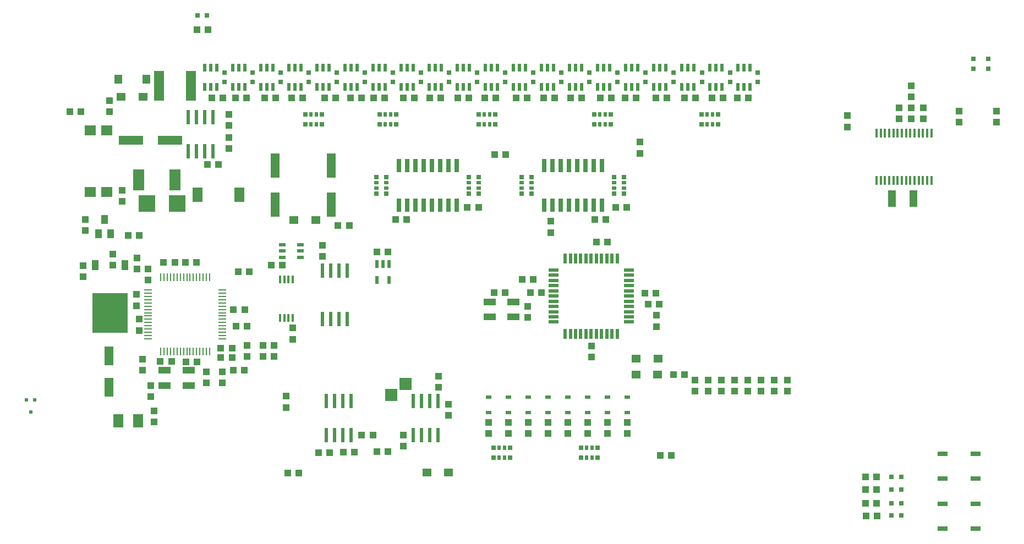
<source format=gtp>
G75*
%MOIN*%
%OFA0B0*%
%FSLAX24Y24*%
%IPPOS*%
%LPD*%
%AMOC8*
5,1,8,0,0,1.08239X$1,22.5*
%
%ADD10R,0.0591X0.0197*%
%ADD11R,0.0197X0.0591*%
%ADD12R,0.0433X0.0394*%
%ADD13R,0.0394X0.0433*%
%ADD14R,0.0531X0.0472*%
%ADD15R,0.0748X0.0433*%
%ADD16R,0.0315X0.0315*%
%ADD17R,0.0137X0.0550*%
%ADD18R,0.0472X0.0984*%
%ADD19R,0.0236X0.0866*%
%ADD20R,0.0256X0.0315*%
%ADD21R,0.0197X0.0315*%
%ADD22R,0.0240X0.0870*%
%ADD23R,0.0740X0.0770*%
%ADD24R,0.0770X0.0740*%
%ADD25R,0.0394X0.0551*%
%ADD26R,0.2126X0.2441*%
%ADD27R,0.0394X0.0630*%
%ADD28R,0.0098X0.0472*%
%ADD29R,0.0472X0.0098*%
%ADD30R,0.0394X0.0236*%
%ADD31R,0.0425X0.0413*%
%ADD32R,0.0413X0.0425*%
%ADD33R,0.0591X0.0787*%
%ADD34R,0.0138X0.0472*%
%ADD35R,0.0551X0.1181*%
%ADD36R,0.0600X0.0300*%
%ADD37R,0.0197X0.0512*%
%ADD38R,0.0551X0.1496*%
%ADD39R,0.1000X0.1000*%
%ADD40R,0.0709X0.1260*%
%ADD41R,0.1496X0.0551*%
%ADD42R,0.0200X0.0500*%
%ADD43R,0.0701X0.0610*%
%ADD44R,0.0260X0.0800*%
%ADD45R,0.0315X0.0256*%
%ADD46R,0.0315X0.0197*%
%ADD47R,0.0327X0.0248*%
%ADD48R,0.0630X0.0866*%
%ADD49R,0.0591X0.1811*%
%ADD50R,0.0500X0.0579*%
%ADD51R,0.0236X0.0217*%
D10*
X032977Y014325D03*
X032977Y014640D03*
X032977Y014955D03*
X032977Y015270D03*
X032977Y015585D03*
X032977Y015900D03*
X032977Y016215D03*
X032977Y016530D03*
X032977Y016845D03*
X032977Y017160D03*
X032977Y017475D03*
X037543Y017475D03*
X037543Y017160D03*
X037543Y016845D03*
X037543Y016530D03*
X037543Y016215D03*
X037543Y015900D03*
X037543Y015585D03*
X037543Y015270D03*
X037543Y014955D03*
X037543Y014640D03*
X037543Y014325D03*
D11*
X036835Y013617D03*
X036520Y013617D03*
X036205Y013617D03*
X035890Y013617D03*
X035575Y013617D03*
X035260Y013617D03*
X034945Y013617D03*
X034630Y013617D03*
X034315Y013617D03*
X034000Y013617D03*
X033685Y013617D03*
X033685Y018183D03*
X034000Y018183D03*
X034315Y018183D03*
X034630Y018183D03*
X034945Y018183D03*
X035260Y018183D03*
X035575Y018183D03*
X035890Y018183D03*
X036205Y018183D03*
X036520Y018183D03*
X036835Y018183D03*
D12*
X036245Y019180D03*
X035575Y019180D03*
X035475Y020540D03*
X036145Y020540D03*
X036735Y021290D03*
X037405Y021290D03*
X030095Y024490D03*
X029425Y024490D03*
X028435Y021270D03*
X027765Y021270D03*
X024095Y020530D03*
X023426Y020530D03*
X022965Y018570D03*
X022295Y018570D03*
X029375Y016110D03*
X030045Y016110D03*
X031075Y016920D03*
X031745Y016920D03*
X031575Y016120D03*
X032245Y016120D03*
X038505Y016060D03*
X039175Y016060D03*
X039395Y015420D03*
X038725Y015420D03*
X040235Y011140D03*
X040905Y011140D03*
X040125Y006254D03*
X039455Y006254D03*
X051885Y004940D03*
X052555Y004940D03*
X022965Y006490D03*
X022295Y006490D03*
X020925Y006430D03*
X020255Y006430D03*
X019405Y006420D03*
X018735Y006420D03*
X017565Y005190D03*
X016895Y005190D03*
X021365Y007490D03*
X022035Y007490D03*
X016780Y009155D03*
X016780Y009825D03*
X012910Y010635D03*
X012910Y011305D03*
X011940Y011305D03*
X011940Y010635D03*
X011387Y011918D03*
X010717Y011918D03*
X008090Y012065D03*
X008090Y011395D03*
X008790Y008935D03*
X008790Y008265D03*
X014420Y012235D03*
X014420Y012905D03*
X015390Y012905D03*
X015390Y012235D03*
X008430Y016885D03*
X008430Y017555D03*
X007750Y017545D03*
X007750Y018215D03*
X009365Y017930D03*
X010035Y017930D03*
X010685Y017930D03*
X011355Y017930D03*
X012005Y023880D03*
X012675Y023880D03*
X013300Y024845D03*
X013300Y025515D03*
X013300Y026225D03*
X013300Y026895D03*
X012935Y027910D03*
X012266Y027910D03*
X013716Y027910D03*
X014385Y027910D03*
X015466Y027910D03*
X016135Y027910D03*
X017112Y027909D03*
X017781Y027909D03*
X019116Y027910D03*
X019785Y027910D03*
X020666Y027910D03*
X021335Y027910D03*
X022066Y027910D03*
X022735Y027910D03*
X023866Y027910D03*
X024535Y027910D03*
X025466Y027910D03*
X026135Y027910D03*
X027166Y027910D03*
X027835Y027910D03*
X028816Y027910D03*
X029485Y027910D03*
X030706Y027917D03*
X031375Y027917D03*
X032366Y027910D03*
X033035Y027910D03*
X034009Y027915D03*
X034678Y027915D03*
X035812Y027912D03*
X036481Y027912D03*
X037308Y027902D03*
X037977Y027902D03*
X039175Y027904D03*
X039844Y027904D03*
X040915Y027894D03*
X041584Y027894D03*
X042595Y027900D03*
X043264Y027900D03*
X044119Y027900D03*
X044788Y027900D03*
X004355Y027090D03*
X003685Y027090D03*
D13*
X006090Y027085D03*
X006090Y027755D03*
X011394Y032030D03*
X012064Y032030D03*
X006860Y022305D03*
X006860Y021635D03*
X004620Y020535D03*
X004620Y019865D03*
X006280Y018435D03*
X006280Y017765D03*
X007225Y019580D03*
X007895Y019580D03*
X013875Y017390D03*
X014545Y017390D03*
X014425Y014070D03*
X013755Y014070D03*
X008590Y010485D03*
X008590Y009815D03*
X023880Y007465D03*
X023880Y006795D03*
X026610Y008685D03*
X026610Y009355D03*
X026010Y010365D03*
X026010Y011035D03*
X029050Y008245D03*
X029050Y007575D03*
X030250Y007575D03*
X030250Y008245D03*
X031450Y008245D03*
X032650Y008245D03*
X032650Y007575D03*
X031450Y007575D03*
X033850Y007575D03*
X033850Y008245D03*
X035050Y008245D03*
X035050Y007575D03*
X036250Y007575D03*
X036250Y008245D03*
X037450Y008245D03*
X037450Y007575D03*
X041560Y010135D03*
X041560Y010805D03*
X042360Y010805D03*
X043150Y010805D03*
X043950Y010805D03*
X044750Y010805D03*
X044750Y010135D03*
X043950Y010135D03*
X043150Y010135D03*
X042360Y010135D03*
X045550Y010135D03*
X046350Y010135D03*
X047140Y010135D03*
X047140Y010805D03*
X046350Y010805D03*
X045550Y010805D03*
X039200Y014055D03*
X039200Y014725D03*
X035280Y012875D03*
X035280Y012205D03*
X031420Y014595D03*
X031420Y015265D03*
X032810Y019755D03*
X032810Y020425D03*
X038230Y024555D03*
X038230Y025225D03*
X050780Y026155D03*
X050780Y026825D03*
X053900Y026635D03*
X054640Y026634D03*
X055390Y026635D03*
X055390Y027305D03*
X054640Y027304D03*
X053900Y027305D03*
X054650Y027985D03*
X054650Y028655D03*
X057550Y027105D03*
X057550Y026435D03*
X059820Y026435D03*
X059820Y027105D03*
X052555Y004160D03*
X051885Y004160D03*
X051895Y003350D03*
X052565Y003350D03*
X052575Y002580D03*
X051905Y002580D03*
D14*
X039290Y011140D03*
X037971Y011140D03*
X037981Y012110D03*
X039300Y012110D03*
X026619Y005210D03*
X025300Y005210D03*
X018570Y020520D03*
X017251Y020520D03*
X008109Y027970D03*
X006790Y027970D03*
D15*
X029102Y015553D03*
X029102Y014647D03*
X030558Y014647D03*
X030558Y015553D03*
X010878Y011393D03*
X009422Y011393D03*
X009422Y010487D03*
X010878Y010487D03*
D16*
X013060Y028861D03*
X013060Y029451D03*
X014760Y029451D03*
X014760Y028861D03*
X016460Y028861D03*
X016460Y029451D03*
X018160Y029451D03*
X018160Y028861D03*
X019860Y028861D03*
X019860Y029451D03*
X021560Y029451D03*
X021560Y028861D03*
X023260Y028865D03*
X023260Y029455D03*
X024960Y029455D03*
X024960Y028865D03*
X026660Y028865D03*
X026660Y029455D03*
X028360Y029455D03*
X028360Y028865D03*
X030060Y028865D03*
X030060Y029455D03*
X031760Y029455D03*
X031760Y028865D03*
X033460Y028865D03*
X033460Y029455D03*
X035160Y029455D03*
X035160Y028865D03*
X036860Y028865D03*
X036860Y029455D03*
X038560Y029455D03*
X038560Y028865D03*
X040259Y028865D03*
X040259Y029455D03*
X041970Y029455D03*
X041970Y028865D03*
X043681Y028865D03*
X043681Y029455D03*
X045342Y029455D03*
X045342Y028865D03*
X058400Y029675D03*
X059300Y029675D03*
X059300Y030265D03*
X058400Y030265D03*
X054045Y004940D03*
X053455Y004940D03*
X053455Y004160D03*
X054045Y004160D03*
X054045Y003340D03*
X053455Y003340D03*
X053455Y002600D03*
X054045Y002600D03*
X011994Y032910D03*
X011404Y032910D03*
D17*
X052547Y025789D03*
X052803Y025789D03*
X053058Y025789D03*
X053314Y025789D03*
X053570Y025789D03*
X053826Y025789D03*
X054082Y025789D03*
X054338Y025789D03*
X054594Y025789D03*
X054850Y025789D03*
X055106Y025789D03*
X055362Y025789D03*
X055617Y025789D03*
X055873Y025789D03*
X055873Y022911D03*
X055617Y022911D03*
X055362Y022911D03*
X055106Y022911D03*
X054850Y022911D03*
X054594Y022911D03*
X054338Y022911D03*
X054082Y022911D03*
X053826Y022911D03*
X053570Y022911D03*
X053314Y022911D03*
X053058Y022911D03*
X052803Y022911D03*
X052547Y022911D03*
D18*
X053489Y021793D03*
X054789Y021793D03*
D19*
X020730Y009534D03*
X020230Y009534D03*
X019730Y009534D03*
X019230Y009534D03*
X019230Y007486D03*
X019730Y007486D03*
X020230Y007486D03*
X020730Y007486D03*
X012350Y024686D03*
X011850Y024686D03*
X011350Y024686D03*
X010850Y024686D03*
X010850Y026734D03*
X011350Y026734D03*
X011850Y026734D03*
X012350Y026734D03*
D20*
X017938Y026905D03*
X017938Y026315D03*
X018962Y026315D03*
X018962Y026905D03*
X022438Y026905D03*
X022438Y026315D03*
X023462Y026315D03*
X023462Y026905D03*
X028438Y026905D03*
X029462Y026905D03*
X029462Y026315D03*
X028438Y026315D03*
X035438Y026315D03*
X036462Y026315D03*
X036462Y026905D03*
X035438Y026905D03*
X041938Y026905D03*
X041938Y026315D03*
X042962Y026315D03*
X042962Y026905D03*
X035662Y006705D03*
X035662Y006115D03*
X034638Y006115D03*
X034638Y006705D03*
X030362Y006705D03*
X030362Y006115D03*
X029338Y006115D03*
X029338Y006705D03*
D21*
X029693Y006705D03*
X030007Y006705D03*
X030007Y006115D03*
X029693Y006115D03*
X034993Y006115D03*
X035307Y006115D03*
X035307Y006705D03*
X034993Y006705D03*
X035793Y026315D03*
X036108Y026315D03*
X036108Y026905D03*
X035793Y026905D03*
X042293Y026905D03*
X042608Y026905D03*
X042608Y026315D03*
X042293Y026315D03*
X029108Y026315D03*
X028793Y026315D03*
X028793Y026905D03*
X029108Y026905D03*
X023108Y026905D03*
X022793Y026905D03*
X022793Y026315D03*
X023108Y026315D03*
X018608Y026315D03*
X018293Y026315D03*
X018293Y026905D03*
X018608Y026905D03*
D22*
X018970Y017450D03*
X019470Y017450D03*
X019970Y017450D03*
X020470Y017450D03*
X020470Y014515D03*
X019970Y014515D03*
X019470Y014515D03*
X018970Y014515D03*
X024480Y009540D03*
X024980Y009540D03*
X025480Y009540D03*
X025980Y009540D03*
X025980Y007480D03*
X025480Y007480D03*
X024980Y007480D03*
X024480Y007480D03*
D23*
X023140Y009905D03*
D24*
X024015Y010570D03*
D25*
X006154Y019667D03*
X005406Y019667D03*
X005780Y020533D03*
D26*
X006110Y014886D03*
D27*
X005212Y017760D03*
X007008Y017760D03*
D28*
X009194Y017034D03*
X009390Y017034D03*
X009587Y017034D03*
X009784Y017034D03*
X009981Y017034D03*
X010178Y017034D03*
X010375Y017034D03*
X010572Y017034D03*
X010768Y017034D03*
X010965Y017034D03*
X011162Y017034D03*
X011359Y017034D03*
X011556Y017034D03*
X011753Y017034D03*
X011950Y017034D03*
X012146Y017034D03*
X012146Y012546D03*
X011950Y012546D03*
X011753Y012546D03*
X011556Y012546D03*
X011359Y012546D03*
X011162Y012546D03*
X010965Y012546D03*
X010768Y012546D03*
X010572Y012546D03*
X010375Y012546D03*
X010178Y012546D03*
X009981Y012546D03*
X009784Y012546D03*
X009587Y012546D03*
X009390Y012546D03*
X009194Y012546D03*
D29*
X008426Y013314D03*
X008426Y013510D03*
X008426Y013707D03*
X008426Y013904D03*
X008426Y014101D03*
X008426Y014298D03*
X008426Y014495D03*
X008426Y014692D03*
X008426Y014888D03*
X008426Y015085D03*
X008426Y015282D03*
X008426Y015479D03*
X008426Y015676D03*
X008426Y015873D03*
X008426Y016070D03*
X008426Y016266D03*
X012914Y016266D03*
X012914Y016070D03*
X012914Y015873D03*
X012914Y015676D03*
X012914Y015479D03*
X012914Y015282D03*
X012914Y015085D03*
X012914Y014888D03*
X012914Y014692D03*
X012914Y014495D03*
X012914Y014298D03*
X012914Y014101D03*
X012914Y013904D03*
X012914Y013707D03*
X012914Y013510D03*
X012914Y013314D03*
D30*
X016553Y018256D03*
X016561Y018626D03*
X016557Y019004D03*
X017655Y018996D03*
X017647Y018630D03*
X017647Y018256D03*
D31*
X018970Y018296D03*
X018970Y018984D03*
X017190Y013974D03*
X017190Y013286D03*
X016060Y012924D03*
X016060Y012236D03*
X007870Y013806D03*
X007870Y014494D03*
X007730Y015316D03*
X007730Y016004D03*
X004480Y017066D03*
X004480Y017754D03*
D32*
X013586Y015060D03*
X014274Y015060D03*
X013504Y012740D03*
X013504Y012170D03*
X012816Y012170D03*
X012816Y012740D03*
X013566Y011400D03*
X014254Y011400D03*
X009844Y011930D03*
X009156Y011930D03*
X015866Y017760D03*
X016554Y017760D03*
X019916Y020190D03*
X020604Y020190D03*
D33*
X006629Y008350D03*
X007811Y008350D03*
D34*
X016416Y014588D03*
X016672Y014588D03*
X016928Y014588D03*
X017184Y014588D03*
X017184Y016892D03*
X016928Y016892D03*
X016672Y016892D03*
X016416Y016892D03*
D35*
X006040Y012265D03*
X006040Y010375D03*
D36*
X056540Y006350D03*
X058540Y006350D03*
X058540Y004850D03*
X056540Y004850D03*
X056560Y003310D03*
X058560Y003310D03*
X058560Y001810D03*
X056560Y001810D03*
D37*
X044890Y028589D03*
X044516Y028589D03*
X044142Y028589D03*
X043197Y028589D03*
X042823Y028589D03*
X042449Y028589D03*
X041490Y028589D03*
X041116Y028589D03*
X040742Y028589D03*
X039784Y028589D03*
X039410Y028589D03*
X039036Y028589D03*
X038084Y028589D03*
X037710Y028589D03*
X037336Y028589D03*
X036384Y028589D03*
X036010Y028589D03*
X035636Y028589D03*
X034684Y028589D03*
X034310Y028589D03*
X033936Y028589D03*
X032984Y028589D03*
X032610Y028589D03*
X032236Y028589D03*
X031284Y028589D03*
X030910Y028589D03*
X030536Y028589D03*
X029584Y028589D03*
X029210Y028589D03*
X028836Y028589D03*
X027884Y028589D03*
X027510Y028589D03*
X027136Y028589D03*
X026184Y028589D03*
X025810Y028589D03*
X025436Y028589D03*
X024484Y028589D03*
X024110Y028589D03*
X023736Y028589D03*
X022784Y028589D03*
X022410Y028589D03*
X022036Y028589D03*
X021084Y028589D03*
X020710Y028589D03*
X020336Y028589D03*
X019384Y028589D03*
X019010Y028589D03*
X018636Y028589D03*
X017684Y028589D03*
X017310Y028589D03*
X016936Y028589D03*
X015984Y028589D03*
X015610Y028589D03*
X015236Y028589D03*
X014284Y028589D03*
X013910Y028589D03*
X013536Y028589D03*
X012584Y028589D03*
X012210Y028589D03*
X011836Y028589D03*
X011836Y029731D03*
X012210Y029731D03*
X012584Y029731D03*
X013536Y029731D03*
X013910Y029731D03*
X014284Y029731D03*
X015236Y029731D03*
X015610Y029731D03*
X015984Y029731D03*
X016936Y029731D03*
X017310Y029731D03*
X017684Y029731D03*
X018636Y029731D03*
X019010Y029731D03*
X019384Y029731D03*
X020336Y029731D03*
X020710Y029731D03*
X021084Y029731D03*
X022036Y029731D03*
X022410Y029731D03*
X022784Y029731D03*
X023736Y029731D03*
X024110Y029731D03*
X024484Y029731D03*
X025436Y029731D03*
X025810Y029731D03*
X026184Y029731D03*
X027136Y029731D03*
X027510Y029731D03*
X027884Y029731D03*
X028836Y029731D03*
X029210Y029731D03*
X029584Y029731D03*
X030536Y029731D03*
X030910Y029731D03*
X031284Y029731D03*
X032236Y029731D03*
X032610Y029731D03*
X032984Y029731D03*
X033936Y029731D03*
X034310Y029731D03*
X034684Y029731D03*
X035636Y029731D03*
X036010Y029731D03*
X036384Y029731D03*
X037336Y029731D03*
X037710Y029731D03*
X038084Y029731D03*
X039036Y029731D03*
X039410Y029731D03*
X039784Y029731D03*
X040742Y029731D03*
X041116Y029731D03*
X041490Y029731D03*
X042449Y029731D03*
X042823Y029731D03*
X043197Y029731D03*
X044142Y029731D03*
X044516Y029731D03*
X044890Y029731D03*
D38*
X019520Y023801D03*
X016110Y023801D03*
X016110Y021439D03*
X019520Y021439D03*
D39*
X010195Y021520D03*
X008345Y021520D03*
D40*
X007858Y022930D03*
X010062Y022930D03*
D41*
X009751Y025330D03*
X007389Y025330D03*
D42*
X022270Y017840D03*
X022640Y017840D03*
X023010Y017840D03*
X023010Y016860D03*
X022270Y016860D03*
D43*
X005910Y022192D03*
X004910Y022192D03*
X004910Y025948D03*
X005910Y025948D03*
D44*
X023600Y023820D03*
X024100Y023820D03*
X024600Y023820D03*
X025100Y023820D03*
X025600Y023820D03*
X026100Y023820D03*
X026600Y023820D03*
X027100Y023820D03*
X027100Y021400D03*
X026600Y021400D03*
X026100Y021400D03*
X025600Y021400D03*
X025100Y021400D03*
X024600Y021400D03*
X024100Y021400D03*
X023600Y021400D03*
X032400Y021400D03*
X032900Y021400D03*
X033400Y021400D03*
X033900Y021400D03*
X034400Y021400D03*
X034900Y021400D03*
X035400Y021400D03*
X035900Y021400D03*
X035900Y023820D03*
X035400Y023820D03*
X034900Y023820D03*
X034400Y023820D03*
X033900Y023820D03*
X033400Y023820D03*
X032900Y023820D03*
X032400Y023820D03*
D45*
X031645Y023122D03*
X031055Y023122D03*
X031055Y022098D03*
X031645Y022098D03*
X028445Y022098D03*
X027855Y022098D03*
X027855Y023122D03*
X028445Y023122D03*
X022845Y023122D03*
X022255Y023122D03*
X022255Y022098D03*
X022845Y022098D03*
X036655Y022098D03*
X037245Y022098D03*
X037245Y023122D03*
X036655Y023122D03*
D46*
X036655Y022767D03*
X036655Y022453D03*
X037245Y022453D03*
X037245Y022767D03*
X031645Y022767D03*
X031645Y022453D03*
X031055Y022453D03*
X031055Y022767D03*
X028445Y022767D03*
X028445Y022453D03*
X027855Y022453D03*
X027855Y022767D03*
X022845Y022767D03*
X022845Y022453D03*
X022255Y022453D03*
X022255Y022767D03*
D47*
X029050Y009763D03*
X029050Y008857D03*
X030250Y008857D03*
X030250Y009763D03*
X031450Y009763D03*
X032650Y009763D03*
X032650Y008857D03*
X031450Y008857D03*
X033850Y008857D03*
X033850Y009763D03*
X035050Y009763D03*
X035050Y008857D03*
X036250Y008857D03*
X036250Y009763D03*
X037450Y009763D03*
X037450Y008857D03*
D48*
X013950Y022030D03*
X011430Y022030D03*
D49*
X011003Y028649D03*
X009074Y028649D03*
D50*
X008300Y029038D03*
X006608Y029038D03*
D51*
X001556Y009594D03*
X001044Y009594D03*
X001300Y008866D03*
M02*

</source>
